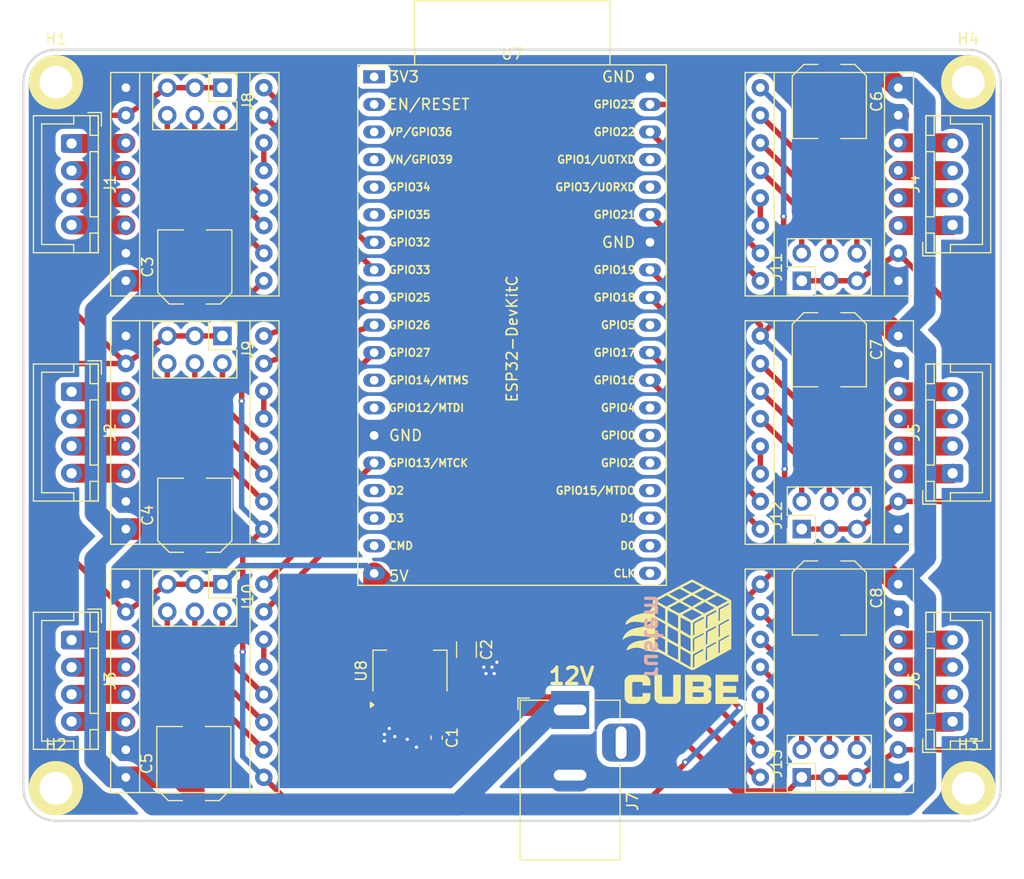
<source format=kicad_pcb>
(kicad_pcb (version 20240108) (generator "pcbnew") (generator_version "8.0")
  (layers (0 "F.Cu" signal) (31 "B.Cu" signal) (34 "B.Paste" user) (35 "F.Paste" user) (36 "B.SilkS" user "B.Silkscreen") (37 "F.SilkS" user "F.Silkscreen") (38 "B.Mask" user) (39 "F.Mask" user) (44 "Edge.Cuts" user))
  (net 0 "")
  (net 21 "Net-(U4-~{RESET})")
  (net 23 "/stepX")
  (net 24 "/dirX")
  (net 25 "/enable")
  (net 26 "Net-(U1-~{RESET})")
  (net 27 "/stepY")
  (net 28 "/dirY")
  (net 29 "/stepZ")
  (net 30 "/dirZ")
  (net 31 "Net-(U2-~{RESET})")
  (net 32 "Net-(U3-~{RESET})")
  (net 33 "Net-(U5-~{RESET})")
  (net 34 "/stepA")
  (net 35 "/dirA")
  (net 36 "Net-(U6-~{RESET})")
  (net 37 "Net-(J8-Pin_2)")
  (net 38 "Net-(J9-Pin_2)")
  (net 39 "Net-(J10-Pin_2)")
  (net 40 "Net-(J11-Pin_2)")
  (net 41 "Net-(J12-Pin_2)")
  (net 42 "Net-(J13-Pin_2)")
  (net 43 "/stepB")
  (net 44 "/dirB")
  (net 45 "/stepC")
  (net 46 "/dirC")
  (net 47 "Net-(J1-Pin_4)")
  (net 48 "Net-(J1-Pin_1)")
  (net 49 "Net-(J1-Pin_3)")
  (net 50 "Net-(J1-Pin_2)")
  (net 51 "Net-(J2-Pin_1)")
  (net 52 "Net-(J2-Pin_3)")
  (net 53 "Net-(J2-Pin_2)")
  (net 54 "Net-(J2-Pin_4)")
  (net 55 "Net-(J3-Pin_2)")
  (net 56 "Net-(J3-Pin_4)")
  (net 57 "Net-(J3-Pin_1)")
  (net 58 "Net-(J3-Pin_3)")
  (net 59 "Net-(J4-Pin_3)")
  (net 60 "Net-(J4-Pin_2)")
  (net 61 "Net-(J4-Pin_4)")
  (net 62 "Net-(J4-Pin_1)")
  (net 63 "Net-(J5-Pin_1)")
  (net 64 "Net-(J5-Pin_3)")
  (net 65 "Net-(J5-Pin_2)")
  (net 66 "Net-(J5-Pin_4)")
  (net 67 "Net-(J6-Pin_2)")
  (net 68 "Net-(J6-Pin_1)")
  (net 69 "Net-(J6-Pin_4)")
  (net 70 "Net-(J6-Pin_3)")
  (net 71 "GND")
  (net 72 "+5V")
  (net 73 "+12V")
  (net 74 "Net-(J8-Pin_6)")
  (net 75 "Net-(J8-Pin_4)")
  (net 76 "Net-(J9-Pin_6)")
  (net 77 "Net-(J9-Pin_4)")
  (net 78 "Net-(J10-Pin_6)")
  (net 79 "Net-(J10-Pin_4)")
  (net 80 "Net-(J11-Pin_4)")
  (net 81 "Net-(J11-Pin_6)")
  (net 82 "Net-(J12-Pin_6)")
  (net 83 "Net-(J12-Pin_4)")
  (net 84 "Net-(J13-Pin_6)")
  (net 85 "Net-(J13-Pin_4)")
  (footprint "Capacitor_SMD:C_Elec_6.3x7.7" (layer "F.Cu") (at 171.81 79.68 -90)
    (property "Reference" "C7")
    (property "Value" "C_Polarized")
  )
  (footprint "Connector_JST:JST_XH_B4B-XH-A_1x04_P2.50mm_Vertical" (layer "F.Cu") (at 183.16 113.91 90)
    (property "Reference" "J6")
    (property "Value" "Conn_01x04_Socket")
  )
  (footprint "Library:ESP32-DevKitC" (layer "F.Cu") (at 129.9 54.55)
    (property "Reference" "U7")
    (property "Value" "ESP32-DevKitC")
  )
  (footprint "Connector_JST:JST_XH_B4B-XH-A_1x04_P2.50mm_Vertical" (layer "F.Cu") (at 102.04 83.55 -90)
    (property "Reference" "J2")
    (property "Value" "Conn_01x04_Socket")
  )
  (footprint "Connector_PinHeader_2.54mm:PinHeader_2x03_P2.54mm_Vertical" (layer "F.Cu") (at 169.27 119.05 90)
    (property "Reference" "J13")
    (property "Value" "Conn_02x03_Odd_Even")
  )
  (footprint "Capacitor_SMD:C_Elec_6.3x7.7" (layer "F.Cu") (at 171.81 56.82 -90)
    (property "Reference" "C6")
    (property "Value" "C_Polarized")
  )
  (footprint "Connector_PinHeader_2.54mm:PinHeader_2x03_P2.54mm_Vertical" (layer "F.Cu") (at 169.27 96.19 90)
    (property "Reference" "J12")
    (property "Value" "Conn_02x03_Odd_Even")
  )
  (footprint "Connector_JST:JST_XH_B4B-XH-A_1x04_P2.50mm_Vertical" (layer "F.Cu") (at 183.16 68.19 90)
    (property "Reference" "J4")
    (property "Value" "Conn_01x04_Socket")
  )
  (footprint "Connector_JST:JST_XH_B4B-XH-A_1x04_P2.50mm_Vertical" (layer "F.Cu") (at 102.04 60.69 -90)
    (property "Reference" "J1")
    (property "Value" "Conn_01x04_Socket")
  )
  (footprint "Package_TO_SOT_SMD:SOT-223-3_TabPin2" (layer "F.Cu") (at 133.2 109.25 90)
    (property "Reference" "U8")
    (property "Value" "AMS1117-5.0")
  )
  (footprint "Connector_JST:JST_XH_B4B-XH-A_1x04_P2.50mm_Vertical" (layer "F.Cu") (at 102.04 106.41 -90)
    (property "Reference" "J3")
    (property "Value" "Conn_01x04_Socket")
  )
  (footprint "Connector_BarrelJack:BarrelJack_Horizontal" (layer "F.Cu") (at 147.9425 112.85 90)
    (property "Reference" "J7")
    (property "Value" "Barrel_Jack_MountingPin")
  )
  (footprint "MountingHole:MountingHole_3mm" (layer "F.Cu") (at 100.6 120.05)
    (property "Reference" "H2")
    (property "Value" "MountingHole")
  )
  (footprint "Connector_PinHeader_2.54mm:PinHeader_2x03_P2.54mm_Vertical" (layer "F.Cu") (at 169.27 73.33 90)
    (property "Reference" "J11")
    (property "Value" "Conn_02x03_Odd_Even")
  )
  (footprint "Library:STEPSTICK_STEPPER_MOTOR_DRIVER_CARRIER" (layer "F.Cu") (at 119.74 73.33 180)
    (property "Reference" "U1" (hide yes))
    (property "Value" "STEPSTICK_STEPPER_MOTOR_DRIVER_CARRIER" (hide yes))
  )
  (footprint "Capacitor_SMD:C_Elec_6.3x7.7" (layer "F.Cu") (at 171.81 102.54 -90)
    (property "Reference" "C8")
    (property "Value" "C_Polarized")
  )
  (footprint "Capacitor_SMD:C_Elec_6.3x7.7" (layer "F.Cu") (at 113.39 72.06 90)
    (property "Reference" "C3")
    (property "Value" "C_Polarized")
  )
  (footprint "Capacitor_SMD:C_Elec_6.3x7.7" (layer "F.Cu") (at 113.39 94.92 90)
    (property "Reference" "C4")
    (property "Value" "C_Polarized")
  )
  (footprint "Capacitor_SMD:C_0603_1608Metric_Pad1.08x0.95mm_HandSolder" (layer "F.Cu") (at 135.65 115.4 -90)
    (property "Reference" "C1")
    (property "Value" "C")
  )
  (footprint "Connector_PinHeader_2.54mm:PinHeader_2x03_P2.54mm_Vertical" (layer "F.Cu") (at 115.93 55.55 -90)
    (property "Reference" "J8")
    (property "Value" "Conn_02x03_Odd_Even")
  )
  (footprint "MountingHole:MountingHole_3mm" (layer "F.Cu") (at 184.6 120.05)
    (property "Reference" "H3")
    (property "Value" "MountingHole")
  )
  (footprint "Library:STEPSTICK_STEPPER_MOTOR_DRIVER_CARRIER" (layer "F.Cu") (at 165.46 78.41)
    (property "Reference" "U5" (hide yes))
    (property "Value" "STEPSTICK_STEPPER_MOTOR_DRIVER_CARRIER" (hide yes))
  )
  (footprint "Library:STEPSTICK_STEPPER_MOTOR_DRIVER_CARRIER" (layer "F.Cu") (at 119.74 119.05 180)
    (property "Reference" "U3" (hide yes))
    (property "Value" "STEPSTICK_STEPPER_MOTOR_DRIVER_CARRIER" (hide yes))
  )
  (footprint "MountingHole:MountingHole_3mm" (layer "F.Cu") (at 100.6 55.05)
    (property "Reference" "H1")
    (property "Value" "MountingHole")
  )
  (footprint "Library:STEPSTICK_STEPPER_MOTOR_DRIVER_CARRIER" (layer "F.Cu") (at 119.74 96.19 180)
    (property "Reference" "U2" (hide yes))
    (property "Value" "STEPSTICK_STEPPER_MOTOR_DRIVER_CARRIER" (hide yes))
  )
  (footprint "Connector_PinHeader_2.54mm:PinHeader_2x03_P2.54mm_Vertical" (layer "F.Cu") (at 115.93 101.27 -90)
    (property "Reference" "J10")
    (property "Value" "Conn_02x03_Odd_Even")
  )
  (footprint "Library:STEPSTICK_STEPPER_MOTOR_DRIVER_CARRIER" (layer "F.Cu") (at 165.46 55.55)
    (property "Reference" "U4" (hide yes))
    (property "Value" "STEPSTICK_STEPPER_MOTOR_DRIVER_CARRIER" (hide yes))
  )
  (footprint "MountingHole:MountingHole_3mm" (layer "F.Cu") (at 184.6 55.05)
    (property "Reference" "H4")
    (property "Value" "MountingHole")
  )
  (footprint "Capacitor_SMD:C_Elec_6.3x7.7" (layer "F.Cu") (at 113.3 117.78 90)
    (property "Reference" "C5")
    (property "Value" "C_Polarized")
  )
  (footprint "Library:LOGO" (layer "F.Cu") (at 159.15 107.15)
    (property "Reference" "G***" (hide yes))
    (property "Value" "LOGO" (hide yes))
  )
  (footprint "Connector_JST:JST_XH_B4B-XH-A_1x04_P2.50mm_Vertical" (layer "F.Cu") (at 183.16 91.05 90)
    (property "Reference" "J5")
    (property "Value" "Conn_01x04_Socket")
  )
  (footprint "Library:STEPSTICK_STEPPER_MOTOR_DRIVER_CARRIER" (layer "F.Cu") (at 165.46 101.27)
    (property "Reference" "U6" (hide yes))
    (property "Value" "STEPSTICK_STEPPER_MOTOR_DRIVER_CARRIER" (hide yes))
  )
  (footprint "Connector_PinHeader_2.54mm:PinHeader_2x03_P2.54mm_Vertical" (layer "F.Cu") (at 115.93 78.41 -90)
    (property "Reference" "J9")
    (property "Value" "Conn_02x03_Odd_Even")
  )
  (footprint "Capacitor_SMD:C_1206_3216Metric_Pad1.33x1.80mm_HandSolder" (layer "F.Cu") (at 138.4 107.3 -90)
    (property "Reference" "C2")
    (property "Value" "C")
  )
  (gr_circle (center 184.6 55.05) (end 186.6 55.05) (stroke (width 1)) (fill none) (layer "F.SilkS"))
  (gr_circle (center 100.6 55.05) (end 102.6 55.05) (stroke (width 1)) (fill none) (layer "F.SilkS"))
  (gr_circle (center 184.6 120.05) (end 186.6 120.05) (stroke (width 1)) (fill none) (layer "F.SilkS"))
  (gr_circle (center 100.6 120.05) (end 102.6 120.05) (stroke (width 1)) (fill none) (layer "F.SilkS"))
  (gr_line (start 97.6 120.05) (end 97.6 55.05) (stroke (width 0.2)) (layer "Edge.Cuts"))
  (gr_arc (start 100.6 123.05) (mid 98.47868 122.17132) (end 97.6 120.05) (stroke (width 0.2)) (layer "Edge.Cuts"))
  (gr_line (start 184.6 123.05) (end 100.6 123.05) (stroke (width 0.2)) (layer "Edge.Cuts"))
  (gr_arc (start 184.6 52.05) (mid 186.72132 52.92868) (end 187.6 55.05) (stroke (width 0.2)) (layer "Edge.Cuts"))
  (gr_arc (start 97.6 55.05) (mid 98.47868 52.92868) (end 100.6 52.05) (stroke (width 0.2)) (layer "Edge.Cuts"))
  (gr_arc (start 187.6 120.05) (mid 186.72132 122.17132) (end 184.6 123.05) (stroke (width 0.2)) (layer "Edge.Cuts"))
  (gr_line (start 187.6 55.05) (end 187.6 120.05) (stroke (width 0.2)) (layer "Edge.Cuts"))
  (gr_line (start 100.6 52.05) (end 184.6 52.05) (stroke (width 0.2)) (layer "Edge.Cuts"))
  (gr_text "rustem" (at 154.7 110.05 -90) (layer "B.SilkS") (effects (font (size 1.5 1.5) (thickness 0.3) (bold yes)) (justify left bottom mirror)))
  (gr_text "12V\n" (at 145.8 110.6 0) (layer "F.SilkS") (effects (font (size 1.5 1.5) (thickness 0.3) (bold yes)) (justify left bottom)))
  (segment (start 165.46 65.71) (end 165.46 68.25) (width 0.5) (layer "F.Cu") (net 21))
  (segment (start 123.7 62.05) (end 119.74 58.09) (width 0.5) (layer "F.Cu") (net 23))
  (segment (start 129.9 72.33) (end 123.7 66.13) (width 0.5) (layer "F.Cu") (net 23))
  (segment (start 123.7 66.13) (end 123.7 62.05) (width 0.5) (layer "F.Cu") (net 23))
  (segment (start 126.2 66.85) (end 129.14 69.79) (width 0.5) (layer "F.Cu") (net 24))
  (segment (start 129.14 69.79) (end 129.9 69.79) (width 0.5) (layer "F.Cu") (net 24))
  (segment (start 119.8 55.55) (end 126.2 61.95) (width 0.5) (layer "F.Cu") (net 24))
  (segment (start 119.74 55.55) (end 119.8 55.55) (width 0.5) (layer "F.Cu") (net 24))
  (segment (start 126.2 61.95) (end 126.2 66.85) (width 0.5) (layer "F.Cu") (net 24))
  (segment (start 165.46 101.27) (end 167.7 99.03) (width 0.5) (layer "F.Cu") (net 25))
  (segment (start 155.5 120.8) (end 121.49 120.8) (width 0.5) (layer "F.Cu") (net 25))
  (segment (start 163.55 112.65) (end 162.8 111.9) (width 0.5) (layer "F.Cu") (net 25))
  (segment (start 158.55 117.65) (end 158.55 117.75) (width 0.5) (layer "F.Cu") (net 25))
  (segment (start 162.8 111.9) (end 162.8 103.93) (width 0.5) (layer "F.Cu") (net 25))
  (segment (start 162.8 103.93) (end 165.46 101.27) (width 0.5) (layer "F.Cu") (net 25))
  (segment (start 119.74 73.33) (end 117.7 75.37) (width 0.5) (layer "F.Cu") (net 25))
  (segment (start 165.46 78.41) (end 167.6 76.27) (width 0.5) (layer "F.Cu") (net 25))
  (segment (start 167.6 76.27) (end 167.6 67.4) (width 0.5) (layer "F.Cu") (net 25))
  (segment (start 167.7 99.03) (end 167.7 90.65) (width 0.5) (layer "F.Cu") (net 25))
  (segment (start 165.46 77.41) (end 165.46 78.41) (width 0.5) (layer "F.Cu") (net 25))
  (segment (start 117.7 75.37) (end 117.7 84.4) (width 0.5) (layer "F.Cu") (net 25))
  (segment (start 158.55 117.75) (end 155.5 120.8) (width 0.5) (layer "F.Cu") (net 25))
  (segment (start 155.3 67.25) (end 165.46 77.41) (width 0.5) (layer "F.Cu") (net 25))
  (segment (start 121.49 120.8) (end 119.74 119.05) (width 0.5) (layer "F.Cu") (net 25))
  (segment (start 119.74 96.19) (end 117.8 98.13) (width 0.5) (layer "F.Cu") (net 25))
  (segment (start 117.8 98.13) (end 117.8 107.5) (width 0.5) (layer "F.Cu") (net 25))
  (via (at 167.7 90.65) (size 0.6) (drill 0.3) (layers "F.Cu" "B.Cu") (net 25))
  (via (at 117.7 84.4) (size 0.6) (drill 0.3) (layers "F.Cu" "B.Cu") (net 25))
  (via (at 117.8 107.5) (size 0.6) (drill 0.3) (layers "F.Cu" "B.Cu") (net 25))
  (via (at 167.6 67.4) (size 0.6) (drill 0.3) (layers "F.Cu" "B.Cu") (net 25))
  (via (at 163.55 112.65) (size 0.6) (drill 0.3) (layers "F.Cu" "B.Cu") (net 25))
  (via (at 158.55 117.65) (size 0.6) (drill 0.3) (layers "F.Cu" "B.Cu") (net 25))
  (segment (start 163.55 112.65) (end 163.55 112.75) (width 0.5) (layer "B.Cu") (net 25))
  (segment (start 158.65 117.65) (end 158.55 117.65) (width 0.5) (layer "B.Cu") (net 25))
  (segment (start 167.7 80.65) (end 165.46 78.41) (width 0.5) (layer "B.Cu") (net 25))
  (segment (start 117.7 94.15) (end 119.74 96.19) (width 0.5) (layer "B.Cu") (net 25))
  (segment (start 167.7 90.65) (end 167.7 80.65) (width 0.5) (layer "B.Cu") (net 25))
  (segment (start 117.8 107.5) (end 117.8 117.11) (width 0.5) (layer "B.Cu") (net 25))
  (segment (start 167.6 67.4) (end 167.6 57.69) (width 0.5) (layer "B.Cu") (net 25))
  (segment (start 163.55 112.75) (end 158.65 117.65) (width 0.5) (layer "B.Cu") (net 25))
  (segment (start 117.8 117.11) (end 119.74 119.05) (width 0.5) (layer "B.Cu") (net 25))
  (segment (start 167.6 57.69) (end 165.46 55.55) (width 0.5) (layer "B.Cu") (net 25))
  (segment (start 117.7 84.4) (end 117.7 94.15) (width 0.5) (layer "B.Cu") (net 25))
  (segment (start 119.74 60.63) (end 119.74 63.17) (width 0.5) (layer "F.Cu") (net 26))
  (segment (start 119.74 80.95) (end 129.9 77.41) (width 0.5) (layer "F.Cu") (net 27))
  (segment (start 119.74 78.41) (end 129.9 74.87) (width 0.5) (layer "F.Cu") (net 28))
  (segment (start 119.74 103.81) (end 125.9 97.65) (width 0.5) (layer "F.Cu") (net 29))
  (segment (start 125.9 94.11) (end 129.9 90.11) (width 0.5) (layer "F.Cu") (net 29))
  (segment (start 125.9 97.65) (end 125.9 94.11) (width 0.5) (layer "F.Cu") (net 29))
  (segment (start 119.74 101.27) (end 123.45 97.56) (width 0.5) (layer "F.Cu") (net 30))
  (segment (start 123.45 86.4) (end 129.9 79.95) (width 0.5) (layer "F.Cu") (net 30))
  (segment (start 123.45 97.56) (end 123.45 86.4) (width 0.5) (layer "F.Cu") (net 30))
  (segment (start 119.74 83.49) (end 119.74 86.03) (width 0.5) (layer "F.Cu") (net 31))
  (segment (start 119.74 106.35) (end 119.74 108.89) (width 0.5) (layer "F.Cu") (net 32))
  (segment (start 165.46 88.57) (end 165.46 91.11) (width 0.5) (layer "F.Cu") (net 33))
  (segment (start 162 67.33) (end 162 62.295) (width 0.5) (layer "F.Cu") (net 34))
  (segment (start 165.46 70.79) (end 162 67.33) (width 0.5) (layer "F.Cu") (net 34))
  (segment (start 162 62.295) (end 156.795 57.09) (width 0.5) (layer "F.Cu") (net 34))
  (segment (start 156.795 57.09) (end 155.3 57.09) (width 0.5) (layer "F.Cu") (net 34))
  (segment (start 165.46 73.33) (end 159.15 67.02) (width 0.5) (layer "F.Cu") (net 35))
  (segment (start 159.15 63.48) (end 155.3 59.63) (width 0.5) (layer "F.Cu") (net 35))
  (segment (start 159.15 67.02) (end 159.15 63.48) (width 0.5) (layer "F.Cu") (net 35))
  (segment (start 165.46 111.43) (end 165.46 113.97) (width 0.5) (layer "F.Cu") (net 36))
  (segment (start 115.93 61.9) (end 119.74 65.71) (width 0.5) (layer "F.Cu") (net 37))
  (segment (start 115.93 58.09) (end 115.93 61.9) (width 0.5) (layer "F.Cu") (net 37))
  (segment (start 115.93 80.95) (end 115.93 84.76) (width 0.5) (layer "F.Cu") (net 38))
  (segment (start 115.93 84.76) (end 119.74 88.57) (width 0.5) (layer "F.Cu") (net 38))
  (segment (start 115.93 103.81) (end 115.93 107.62) (width 0.5) (layer "F.Cu") (net 39))
  (segment (start 115.93 107.62) (end 119.74 111.43) (width 0.5) (layer "F.Cu") (net 39))
  (segment (start 165.46 63.17) (end 169.27 66.98) (width 0.5) (layer "F.Cu") (net 40))
  (segment (start 169.27 66.98) (end 169.27 70.79) (width 0.5) (layer "F.Cu") (net 40))
  (segment (start 165.46 86.03) (end 169.27 89.84) (width 0.5) (layer "F.Cu") (net 41))
  (segment (start 169.27 89.84) (end 169.27 93.65) (width 0.5) (layer "F.Cu") (net 41))
  (segment (start 169.27 112.7) (end 169.27 116.51) (width 0.5) (layer "F.Cu") (net 42))
  (segment (start 165.46 108.89) (end 169.27 112.7) (width 0.5) (layer "F.Cu") (net 42))
  (segment (start 165.46 93.65) (end 163.3 91.49) (width 0.5) (layer "F.Cu") (net 43))
  (segment (start 163.3 91.49) (end 163.3 80.33) (width 0.5) (layer "F.Cu") (net 43))
  (segment (start 163.3 80.33) (end 155.3 72.33) (width 0.5) (layer "F.Cu") (net 43))
  (segment (start 161.65 92.38) (end 161.65 81.22) (width 0.5) (layer "F.Cu") (net 44))
  (segment (start 161.65 81.22) (end 155.3 74.87) (width 0.5) (layer "F.Cu") (net 44))
  (segment (start 165.46 96.19) (end 161.65 92.38) (width 0.5) (layer "F.Cu") (net 44))
  (segment (start 165.46 116.51) (end 160.25 111.3) (width 0.5) (layer "F.Cu") (net 45))
  (segment (start 160.25 111.3) (end 160.25 84.9) (width 0.5) (layer "F.Cu") (net 45))
  (segment (start 160.25 84.9) (end 155.3 79.95) (width 0.5) (layer "F.Cu") (net 45))
  (segment (start 158.4 85.59) (end 155.3 82.49) (width 0.5) (layer "F.Cu") (net 46))
  (segment (start 165.46 119.05) (end 165.15 119.05) (width 0.5) (layer "F.Cu") (net 46))
  (segment (start 165.15 119.05) (end 158.4 112.3) (width 0.5) (layer "F.Cu") (net 46))
  (segment (start 158.4 112.3) (end 158.4 85.59) (width 0.5) (layer "F.Cu") (net 46))
  (segment (start 102.04 68.19) (end 106.98 68.19) (width 1.75) (layer "F.Cu") (net 47))
  (segment (start 106.98 68.19) (end 107.04 68.25) (width 1.75) (layer "F.Cu") (net 47))
  (segment (start 102.04 60.69) (end 106.98 60.69) (width 1.75) (layer "F.Cu") (net 48))
  (segment (start 106.98 60.69) (end 107.04 60.63) (width 1.75) (layer "F.Cu") (net 48))
  (segment (start 102.04 65.69) (end 107.02 65.69) (width 1.75) (layer "F.Cu") (net 49))
  (segment (start 107.02 65.69) (end 107.04 65.71) (width 1.75) (layer "F.Cu") (net 49))
  (segment (start 102.04 63.19) (end 107.02 63.19) (width 1.75) (layer "F.Cu") (net 50))
  (segment (start 107.02 63.19) (end 107.04 63.17) (width 1.75) (layer "F.Cu") (net 50))
  (segment (start 106.98 83.55) (end 107.04 83.49) (width 1.75) (layer "F.Cu") (net 51))
  (segment (start 102.04 83.55) (end 106.98 83.55) (width 1.75) (layer "F.Cu") (net 51))
  (segment (start 107.02 88.55) (end 107.04 88.57) (width 1.75) (layer "F.Cu") (net 52))
  (segment (start 102.04 88.55) (end 107.02 88.55) (width 1.75) (layer "F.Cu") (net 52))
  (segment (start 102.04 86.05) (end 107.02 86.05) (width 1.75) (layer "F.Cu") (net 53))
  (segment (start 107.02 86.05) (end 107.04 86.03) (width 1.75) (layer "F.Cu") (net 53))
  (segment (start 106.98 91.05) (end 107.04 91.11) (width 1.75) (layer "F.Cu") (net 54))
  (segment (start 102.04 91.05) (end 106.98 91.05) (width 1.75) (layer "F.Cu") (net 54))
  (segment (start 102.04 108.91) (end 107.02 108.91) (width 1.75) (layer "F.Cu") (net 55))
  (segment (start 107.02 108.91) (end 107.04 108.89) (width 1.75) (layer "F.Cu") (net 55))
  (segment (start 106.98 113.91) (end 107.04 113.97) (width 1.75) (layer "F.Cu") (net 56))
  (segment (start 102.04 113.91) (end 106.98 113.91) (width 1.75) (layer "F.Cu") (net 56))
  (segment (start 106.98 106.41) (end 107.04 106.35) (width 1.75) (layer "F.Cu") (net 57))
  (segment (start 102.04 106.41) (end 106.98 106.41) (width 1.75) (layer "F.Cu") (net 57))
  (segment (start 102.04 111.41) (end 107.02 111.41) (width 1.75) (layer "F.Cu") (net 58))
  (segment (start 107.02 111.41) (end 107.04 111.43) (width 1.75) (layer "F.Cu") (net 58))
  (segment (start 183.16 63.19) (end 178.18 63.19) (width 1.75) (layer "F.Cu") (net 59))
  (segment (start 178.18 63.19) (end 178.16 63.17) (width 1.75) (layer "F.Cu") (net 59))
  (segment (start 183.16 65.69) (end 178.18 65.69) (width 1.75) (layer "F.Cu") (net 60))
  (segment (start 178.18 65.69) (end 178.16 65.71) (width 1.75) (layer "F.Cu") (net 60))
  (segment (start 183.1 60.63) (end 183.16 60.69) (width 1.75) (layer "F.Cu") (net 61))
  (segment (start 178.16 60.63) (end 183.1 60.63) (width 1.75) (layer "F.Cu") (net 61))
  (segment (start 183.1 68.25) (end 183.16 68.19) (width 1.75) (layer "F.Cu") (net 62))
  (segment (start 178.16 68.25) (end 183.1 68.25) (width 1.75) (layer "F.Cu") (net 62))
  (segment (start 183.1 91.11) (end 183.16 91.05) (width 1.75) (layer "F.Cu") (net 63))
  (segment (start 178.16 91.11) (end 183.1 91.11) (width 1.75) (layer "F.Cu") (net 63))
  (segment (start 178.16 86.03) (end 183.14 86.03) (width 1.75) (layer "F.Cu") (net 64))
  (segment (start 183.14 86.03) (end 183.16 86.05) (width 1.75) (layer "F.Cu") (net 64))
  (segment (start 178.18 88.55) (end 178.16 88.57) (width 1.75) (layer "F.Cu") (net 65))
  (segment (start 183.16 88.55) (end 178.18 88.55) (width 1.75) (layer "F.Cu") (net 65))
  (segment (start 178.22 83.55) (end 178.16 83.49) (width 1.75) (layer "F.Cu") (net 66))
  (segment (start 183.16 83.55) (end 178.22 83.55) (width 1.75) (layer "F.Cu") (net 66))
  (segment (start 183.16 111.41) (end 178.18 111.41) (width 1.75) (layer "F.Cu") (net 67))
  (segment (start 178.18 111.41) (end 178.16 111.43) (width 1.75) (layer "F.Cu") (net 67))
  (segment (start 183.1 113.97) (end 183.16 113.91) (width 1.75) (layer "F.Cu") (net 68))
  (segment (start 178.16 113.97) (end 183.1 113.97) (width 1.75) (layer "F.Cu") (net 68))
  (segment (start 183.16 106.41) (end 178.22 106.41) (width 1.75) (layer "F.Cu") (net 69))
  (segment (start 178.22 106.41) (end 178.16 106.35) (width 1.75) (layer "F.Cu") (net 69))
  (segment (start 183.14 108.89) (end 183.16 108.91) (width 1.75) (layer "F.Cu") (net 70))
  (segment (start 178.16 108.89) (end 183.14 108.89) (width 1.75) (layer "F.Cu") (net 70))
  (segment (start 173.0775 58.09) (end 178.16 58.09) (width 2) (layer "F.Cu") (net 71))
  (segment (start 140.7125 108.8625) (end 140.75 108.9) (width 2) (layer "F.Cu") (net 71))
  (segment (start 132.3 115.55) (end 131.3 114.55) (width 2) (layer "F.Cu") (net 71))
  (segment (start 173.0775 103.81) (end 171.81 105.0775) (width 2) (layer "F.Cu") (net 71))
  (segment (start 107.04 93.65) (end 112.1225 93.65) (width 2) (layer "F.Cu") (net 71))
  (segment (start 138.4 108.8625) (end 140.7125 108.8625) (width 2) (layer "F.Cu") (net 71))
  (segment (start 107.04 116.51) (end 112.0325 116.51) (width 2) (layer "F.Cu") (net 71))
  (segment (start 130.9 114.75) (end 132.55 116.4) (width 2) (layer "F.Cu") (net 71))
  (segment (start 171.81 59.3575) (end 173.0775 58.09) (width 2) (layer "F.Cu") (net 71))
  (segment (start 107.04 70.79) (end 112.1225 70.79) (width 2) (layer "F.Cu") (net 71))
  (segment (start 132.675 116.275) (end 135.65 116.275) (width 2) (layer "F.Cu") (net 71))
  (segment (start 112.1225 93.65) (end 113.39 92.3825) (width 2) (layer "F.Cu") (net 71))
  (segment (start 131.8 116.65) (end 131.85 116.65) (width 0.5) (layer "F.Cu") (net 71))
  (segment (start 132.55 116.4) (end 132.675 116.275) (width 2) (layer "F.Cu") (net 71))
  (segment (start 131.3 114.55) (end 131.3 116.1) (width 0.5) (layer "F.Cu") (net 71))
  (segment (start 112.0325 116.51) (end 113.3 115.2425) (width 2) (layer "F.Cu") (net 71))
  (segment (start 131.85 115.35) (end 131.8 115.3) (width 0.5) (layer "F.Cu") (net 71))
  (segment (start 131.3 116.1) (end 131.85 116.65) (width 0.5) (layer "F.Cu") (net 71))
  (segment (start 178.16 80.95) (end 173.0775 80.95) (width 2) (layer "F.Cu") (net 71))
  (segment (start 178.16 103.81) (end 173.0775 103.81) (width 2) (layer "F.Cu") (net 71))
  (segment (start 130.85 115.1) (end 131.85 116.1) (width 0.5) (layer "F.Cu") (net 71))
  (segment (start 173.0775 80.95) (end 171.81 82.2175) (width 2) (layer "F.Cu") (net 71))
  (segment (start 130.9 112.4) (end 130.9 114.75) (width 2) (layer "F.Cu") (net 71))
  (segment (start 131.85 116.1) (end 131.85 116.65) (width 0.5) (layer "F.Cu") (net 71))
  (segment (start 112.1225 70.79) (end 113.39 69.5225) (width 2) (layer "F.Cu") (net 71))
  (segment (start 130.85 115.7) (end 131.8 116.65) (width 0.5) (layer "F.Cu") (net 71))
  (segment (start 131.85 116.65) (end 131.85 115.35) (width 0.5) (layer "F.Cu") (net 71))
  (segment (start 132.95 115.55) (end 132.3 115.55) (width 2) (layer "F.Cu") (net 71))
  (via (at 141.2 108.45) (size 0.6) (drill 0.3) (layers "F.Cu" "B.Cu") (net 71))
  (via (at 130.85 115.7) (size 0.6) (drill 0.3) (layers "F.Cu" "B.Cu") (net 71))
  (via (at 131.8 115.3) (size 0.6) (drill 0.3) (layers "F.Cu" "B.Cu") (net 71))
  (via (at 140.75 108.9) (size 0.6) (drill 0.3) (layers "F.Cu" "B.Cu") (net 71))
  (via (at 140.95 109.5) (size 0.6) (drill 0.3) (layers "F.Cu" "B.Cu") (net 71))
  (via (at 140 108.9) (size 0.6) (drill 0.3) (layers "F.Cu" "B.Cu") (net 71))
  (via (at 133.8 116.275) (size 0.6) (drill 0.3) (layers "F.Cu" "B.Cu") (net 71))
  (via (at 131.3 114.55) (size 0.6) (drill 0.3) (layers "F.Cu" "B.Cu") (net 71))
  (via (at 140.2 109.5) (size 0.6) (drill 0.3) (layers "F.Cu" "B.Cu") (net 71))
  (via (at 130.85 115.1) (size 0.6) (drill 0.3) (layers "F.Cu" "B.Cu") (net 71))
  (via (at 132.95 115.55) (size 0.6) (drill 0.3) (layers "F.Cu" "B.Cu") (net 71))
  (segment (start 185.95 91.85) (end 184.15 93.65) (width 0.5) (layer "F.Cu") (net 72))
  (segment (start 107.04 58.09) (end 110.85 55.55) (width 0.5) (layer "F.Cu") (net 72))
  (segment (start 133.2 112.4) (end 133.2 106.1) (width 2) (layer "F.Cu") (net 72))
  (segment (start 107.04 80.95) (end 110.85 78.41) (width 0.5) (layer "F.Cu") (net 72))
  (segment (start 138.4 105.7375) (end 133.5625 105.7375) (width 2) (layer "F.Cu") (net 72))
  (segment (start 169.27 119.05) (end 174.35 119.05) (width 0.5) (layer "F.Cu") (net 72))
  (segment (start 110.85 78.41) (end 115.93 78.41) (width 0.5) (layer "F.Cu") (net 72))
  (segment (start 185.85 95.35) (end 185.85 114.1) (width 0.5) (layer "F.Cu") (net 72))
  (segment (start 135.3675 105.7375) (end 129.9 100.27) (width 2) (layer "F.Cu") (net 72))
  (segment (start 107.04 103.81) (end 98.9 95.67) (width 0.5) (layer "F.Cu") (net 72))
  (segment (start 98.9 84) (end 101.95 80.95) (width 0.5) (layer "F.Cu") (net 72))
  (segment (start 168.02 120.3) (end 163.05 120.3) (width 0.5) (layer "F.Cu") (net 72))
  (segment (start 174.35 73.33) (end 178.16 70.79) (width 0.5) (layer "F.Cu") (net 72))
  (segment (start 129.9 103.05) (end 129.9 100.27) (width 2) (layer "F.Cu") (net 72))
  (segment (start 184.15 93.65) (end 185.85 95.35) (width 0.5) (layer "F.Cu") (net 72))
  (segment (start 132.95 106.1) (end 129.9 103.05) (width 2) (layer "F.Cu") (net 72))
  (segment (start 133.5625 105.7375) (end 133.2 106.1) (width 2) (layer "F.Cu") (net 72))
  (segment (start 178.16 70.79) (end 185.95 78.58) (width 0.5) (layer "F.Cu") (net 72))
  (segment (start 115.93 101.27) (end 110.85 101.27) (width 0.5) (layer "F.Cu") (net 72))
  (segment (start 169.27 119.05) (end 168.02 120.3) (width 0.5) (layer "F.Cu") (net 72))
  (segment (start 99.3 73.21) (end 99.3 60) (width 0.5) (layer "F.Cu") (net 72))
  (segment (start 98.9 95.67) (end 98.9 84) (width 0.5) (layer "F.Cu") (net 72))
  (segment (start 99.3 60) (end 101.21 58.09) (width 0.5) (layer "F.Cu") (net 72))
  (segment (start 163.05 120.3) (end 148.9 106.15) (width 0.5) (layer "F.Cu") (net 72))
  (segment (start 133.2 106.1) (end 132.95 106.1) (width 2) (layer "F.Cu") (net 72))
  (segment (start 101.21 58.09) (end 107.04 58.09) (width 0.5) (layer "F.Cu") (net 72))
  (segment (start 184.15 93.65) (end 178.16 93.65) (width 0.5) (layer "F.Cu") (net 72))
  (segment (start 169.27 73.33) (end 174.35 73.33) (width 0.5) (layer "F.Cu") (net 72))
  (segment (start 169.27 96.19) (end 174.35 96.19) (width 0.5) (layer "F.Cu") (net 72))
  (segment (start 115.93 55.55) (end 110.85 55.55) (width 0.5) (layer "F.Cu") (net 72))
  (segment (start 148.9 106.15) (end 134.35 106.15) (width 0.5) (layer "F.Cu") (net 72))
  (segment (start 107.04 103.81) (end 110.85 101.27) (width 0.5) (layer "F.Cu") (net 72))
  (segment (start 107.04 80.95) (end 99.3 73.21) (width 0.5) (layer "F.Cu") (net 72))
  (segment (start 174.35 96.19) (end 178.16 93.65) (width 0.5) (layer "F.Cu") (net 72))
  (segment (start 185.85 114.1) (end 183.44 116.51) (width 0.5) (layer "F.Cu") (net 72))
  (segment (start 101.95 80.95) (end 107.04 80.95) (width 0.5) (layer "F.Cu") (net 72))
  (segment (start 138.4 105.7375) (end 135.3675 105.7375) (width 2) (layer "F.Cu") (net 72))
  (segment (start 183.44 116.51) (end 178.16 116.51) (width 0.5) (layer "F.Cu") (net 72))
  (segment (start 174.35 119.05) (end 178.16 116.51) (width 0.5) (layer "F.Cu") (net 72))
  (segment (start 185.95 78.58) (end 185.95 91.85) (width 0.5) (layer "F.Cu") (net 72))
  (segment (start 129.9 100.27) (end 129.18 99.55) (width 0.5) (layer "B.Cu") (net 72))
  (segment (start 129.18 99.55) (end 117.65 99.55) (width 0.5) (layer "B.Cu") (net 72))
  (segment (start 117.65 99.55) (end 115.93 101.27) (width 0.5) (layer "B.Cu") (net 72))
  (segment (start 147.4925 112.4) (end 147.9425 112.85) (width 2) (layer "F.Cu") (net 73))
  (segment (start 135.5 114.075) (end 135.65 114.075) (width 2) (layer "F.Cu") (net 73))
  (segment (start 135.5 112.4) (end 147.4925 112.4) (width 2) (layer "F.Cu") (net 73))
  (segment (start 176.8925 54.2825) (end 178.16 55.55) (width 2) (layer "F.Cu") (net 73))
  (segment (start 176.8925 100.0025) (end 178.16 101.27) (width 2) (layer "F.Cu") (net 73))
  (segment (start 112.1225 96.19) (end 113.39 97.4575) (width 2) (layer "F.Cu") (net 73))
  (segment (start 112.0325 119.05) (end 113.3 120.3175) (width 2) (layer "F.Cu") (net 73))
  (segment (start 171.81 77.1425) (end 176.8925 77.1425) (width 2) (layer "F.Cu") (net 73))
  (segment (start 171.81 54.2825) (end 176.8925 54.2825) (width 2) (layer "F.Cu") (net 73))
  (segment (start 176.8925 77.1425) (end 178.16 78.41) (width 2) (layer "F.Cu") (net 73))
  (segment (start 112.1225 73.33) (end 113.39 74.5975) (width 2) (layer "F.Cu") (net 73))
  (segment (start 135.5 112.4) (end 135.5 114.075) (width 2) (layer "F.Cu") (net 73))
  (segment (start 107.04 119.05) (end 112.0325 119.05) (width 2) (layer "F.Cu") (net 73))
  (segment (start 107.04 73.33) (end 112.1225 73.33) (width 2) (layer "F.Cu") (net 73))
  (segment (start 107.04 96.19) (end 112.1225 96.19) (width 2) (layer "F.Cu") (net 73))
  (segment (start 171.81 100.0025) (end 176.8925 100.0025) (width 2) (layer "F.Cu") (net 73))
  (segment (start 178.16 78.41) (end 180.6 75.97) (width 2) (layer "B.Cu") (net 73))
  (segment (start 121.65 121.55) (end 137.65 121.55) (width 2) (layer "B.Cu") (net 73))
  (segment (start 178.95 121.55) (end 142.9 121.55) (width 2) (layer "B.Cu") (net 73))
  (segment (start 107.04 119.05) (end 109.54 121.55) (width 2) (layer "B.Cu") (net 73))
  (segment (start 107.04 96.19) (end 105.74 96.19) (width 2) (layer "B.Cu") (net 73))
  (segment (start 178.16 101.27) (end 179.29137 101.27) (width 2) (layer "B.Cu") (net 73))
  (segment (start 146.35 112.85) (end 147.9425 112.85) (width 2) (layer "B.Cu") (net 73))
  (segment (start 104.215 117.415) (end 104.215 99.015) (width 2) (layer "B.Cu") (net 73))
  (segment (start 180.65 119.85) (end 178.95 121.55) (width 2) (layer "B.Cu") (net 73))
  (segment (start 109.54 121.55) (end 121.65 121.55) (width 2) (layer "B.Cu") (net 73))
  (segment (start 179.29137 101.27) (end 180.65 102.62863) (width 2) (layer "B.Cu") (net 73))
  (segment (start 137.65 121.55) (end 146.35 112.85) (width 2) (layer "B.Cu") (net 73))
  (segment (start 180.65 79.76863) (end 179.29137 78.41) (width 2) (layer "B.Cu") (net 73))
  (segment (start 104.25 76.12) (end 107.04 73.33) (width 2) (layer "B.Cu") (net 73))
  (segment (start 121.65 121.55) (end 143.15 121.55) (width 2) (layer "B.Cu") (net 73))
  (segment (start 179.29137 78.41) (end 178.16 78.41) (width 2) (layer "B.Cu") (net 73))
  (segment (start 105.74 96.19) (end 104.25 94.7) (width 2) (layer "B.Cu") (net 73))
  (segment (start 180.65 98.78) (end 180.65 79.76863) (width 2) (layer "B.Cu") (net 73))
  (segment (start 104.25 94.7) (end 104.25 76.12) (width 2) (layer "B.Cu") (net 73))
  (segment (start 180.6 75.97) (end 180.6 56.85863) (width 2) (layer "B.Cu") (net 73))
  (segment (start 179.29137 55.55) (end 178.16 55.55) (width 2) (layer "B.Cu") (net 73))
  (segment (start 105.85 119.05) (end 104.215 117.415) (width 2) (layer "B.Cu") (net 73))
  (segment (start 180.6 56.85863) (end 179.29137 55.55) (width 2) (layer "B.Cu") (net 73))
  (segment (start 107.04 119.05) (end 105.85 119.05) (width 2) (layer "B.Cu") (net 73))
  (segment (start 180.65 102.62863) (end 180.65 119.85) (width 2) (layer "B.Cu") (net 73))
  (segment (start 178.16 101.27) (end 180.65 98.78) (width 2) (layer "B.Cu") (net 73))
  (segment (start 104.215 99.015) (end 107.04 96.19) (width 2) (layer "B.Cu") (net 73))
  (segment (start 110.85 61.9) (end 119.74 70.79) (width 0.5) (layer "F.Cu") (net 74))
  (segment (start 110.85 58.09) (end 110.85 61.9) (width 0.5) (layer "F.Cu") (net 74))
  (segment (start 119.74 68.25) (end 113.39 61.9) (width 0.5) (layer "F.Cu") (net 75))
  (segment (start 113.39 61.9) (end 113.39 58.09) (width 0.5) (layer "F.Cu") (net 75))
  (segment (start 110.85 80.95) (end 110.85 84.76) (width 0.5) (layer "F.Cu") (net 76))
  (segment (start 110.85 84.76) (end 119.74 93.65) (width 0.5) (layer "F.Cu") (net 76))
  (segment (start 113.39 84.76) (end 119.74 91.11) (width 0.5) (layer "F.Cu") (net 77))
  (segment (start 113.39 80.95) (end 113.39 84.76) (width 0.5) (layer "F.Cu") (net 77))
  (segment (start 110.85 103.81) (end 110.85 107.62) (width 0.5) (layer "F.Cu") (net 78))
  (segment (start 110.85 107.62) (end 119.74 116.51) (width 0.5) (layer "F.Cu") (net 78))
  (segment (start 113.39 103.81) (end 113.39 107.62) (width 0.5) (layer "F.Cu") (net 79))
  (segment (start 113.39 107.62) (end 119.74 113.97) (width 0.5) (layer "F.Cu") (net 79))
  (segment (start 171.81 66.98) (end 165.46 60.63) (width 0.5) (layer "F.Cu") (net 80))
  (segment (start 171.81 70.79) (end 171.81 66.98) (width 0.5) (layer "F.Cu") (net 80))
  (segment (start 165.46 58.09) (end 174.35 66.98) (width 0.5) (layer "F.Cu") (net 81))
  (segment (start 174.35 66.98) (end 174.35 70.79) (width 0.5) (layer "F.Cu") (net 81))
  (segment (start 174.35 89.84) (end 174.35 93.65) (width 0.5) (layer "F.Cu") (net 82))
  (segment (start 165.46 80.95) (end 174.35 89.84) (width 0.5) (layer "F.Cu") (net 82))
  (segment (start 165.46 83.49) (end 171.81 89.84) (width 0.5) (layer "F.Cu") (net 83))
  (segment (start 171.81 89.84) (end 171.81 93.65) (width 0.5) (layer "F.Cu") (net 83))
  (segment (start 174.35 112.7) (end 174.35 116.51) (width 0.5) (layer "F.Cu") (net 84))
  (segment (start 165.46 103.81) (end 174.35 112.7) (width 0.5) (layer "F.Cu") (net 84))
  (segment (start 165.46 106.35) (end 171.81 112.7) (width 0.5) (layer "F.Cu") (net 85))
  (segment (start 171.81 112.7) (end 171.81 116.51) (width 0.5) (layer "F.Cu") (net 85))
  (zone (net 71) (net_name "GND") (layer "B.Cu") (connect_pads yes (clearance 0.5)) (min_thickness 0.25) (fill yes (thermal_gap 0.5) (thermal_bridge_width 0.5))
    (polygon (pts (xy 97.1 51.55) (xy 188.1 51.6) (xy 188.05 122.45) (xy 97.05 122.5)))
  )
)
</source>
